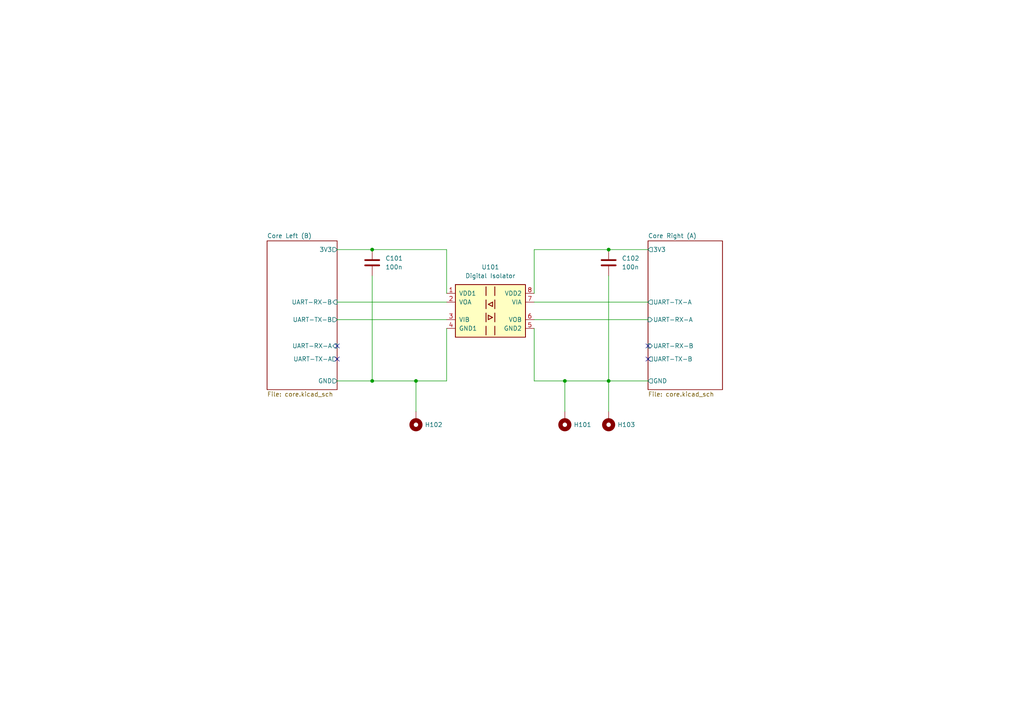
<source format=kicad_sch>
(kicad_sch (version 20230121) (generator eeschema)
  (paper "A4")
  (title_block (title "DeskHop-C - Fast K/M Switching Device (JLCPCB build)") (date "2024-03-17") (rev "v1-jlcpcb") (company "Hrvoje Čavrak and Kevin P. Fleming") (comment 1 "License: GPL-3.0-only"))
  (lib_symbols
    (symbol "Device:C" (pin_numbers hide) (pin_names (offset 0.254))
      (property "Reference" "C" (at 0.635 2.54 0))
      (property "Value" "C" (at 0.635 -2.54 0))
      (symbol "C_0_1"
        (polyline (pts (xy -2.032 -0.762) (xy 2.032 -0.762)) (stroke (width 0.508)))
        (polyline (pts (xy -2.032 0.762) (xy 2.032 0.762)) (stroke (width 0.508)))
      )
      (symbol "C_1_1"
        (pin passive line (at 0 3.81 270) (length 2.794) (name "~") (number "1"))
        (pin passive line (at 0 -3.81 90) (length 2.794) (name "~") (number "2"))
      )
    )
    (symbol "Isolator:ADuM1201BR" (pin_names (offset 1.016))
      (property "Reference" "U" (at -10.16 8.89 0))
      (property "Value" "ADuM1201BR" (at -2.032 8.89 0))
      (symbol "ADuM1201BR_0_1"
        (rectangle (start -10.16 7.62) (end 10.16 -7.62) (stroke (width 0.254)) (fill (type background)))
        (polyline (pts (xy -1.27 -4.445) (xy -1.27 -6.985)) (stroke (width 0.254)))
        (polyline (pts (xy -1.27 -0.635) (xy -1.27 -3.175)) (stroke (width 0.254)))
        (polyline (pts (xy -1.27 3.175) (xy -1.27 0.635)) (stroke (width 0.254)))
        (polyline (pts (xy -1.27 6.985) (xy -1.27 4.445)) (stroke (width 0.254)))
        (polyline (pts (xy 1.27 -4.445) (xy 1.27 -6.985)) (stroke (width 0.254)))
        (polyline (pts (xy 1.27 -0.635) (xy 1.27 -3.175)) (stroke (width 0.254)))
        (polyline (pts (xy 1.27 3.175) (xy 1.27 0.635)) (stroke (width 0.254)))
        (polyline (pts (xy 1.27 6.985) (xy 1.27 4.445)) (stroke (width 0.254)))
        (polyline (pts (xy -0.635 -1.27) (xy -0.635 -2.54) (xy 0.635 -1.905) (xy -0.635 -1.27)) (stroke (width 0.254)))
        (polyline (pts (xy 0.635 2.54) (xy 0.635 1.27) (xy -0.635 1.905) (xy 0.635 2.54)) (stroke (width 0.254)))
      )
      (symbol "ADuM1201BR_1_1"
        (pin power_in line (at -12.7 5.08 0) (length 2.54) (name "VDD1") (number "1"))
        (pin output line (at -12.7 2.54 0) (length 2.54) (name "VOA") (number "2"))
        (pin input line (at -12.7 -2.54 0) (length 2.54) (name "VIB") (number "3"))
        (pin power_in line (at -12.7 -5.08 0) (length 2.54) (name "GND1") (number "4"))
        (pin power_in line (at 12.7 -5.08 180) (length 2.54) (name "GND2") (number "5"))
        (pin output line (at 12.7 -2.54 180) (length 2.54) (name "VOB") (number "6"))
        (pin input line (at 12.7 2.54 180) (length 2.54) (name "VIA") (number "7"))
        (pin power_in line (at 12.7 5.08 180) (length 2.54) (name "VDD2") (number "8"))
      )
    )
    (symbol "Mechanical:MountingHole_Pad" (pin_numbers hide) (pin_names (offset 1.016) hide)
      (property "Reference" "H" (at 0 6.35 0))
      (property "Value" "MountingHole_Pad" (at 0 4.445 0))
      (symbol "MountingHole_Pad_0_1"
        (circle (center 0 1.27) (radius 1.27) (stroke (width 1.27)))
      )
      (symbol "MountingHole_Pad_1_1"
        (pin input line (at 0 -2.54 90) (length 2.54) (name "1") (number "1"))
      )
    )
  )
  (junction (at 163.83 110.49))
  (junction (at 120.65 110.49))
  (junction (at 107.95 110.49))
  (junction (at 176.53 110.49))
  (junction (at 176.53 72.39))
  (junction (at 107.95 72.39))
  (no_connect (at 187.96 100.33))
  (no_connect (at 97.79 100.33))
  (no_connect (at 97.79 104.14))
  (no_connect (at 187.96 104.14))
  (wire (pts (xy 163.83 110.49) (xy 163.83 119.38)))
  (wire (pts (xy 120.65 110.49) (xy 107.95 110.49)))
  (wire (pts (xy 129.54 110.49) (xy 120.65 110.49)))
  (wire (pts (xy 107.95 72.39) (xy 129.54 72.39)))
  (wire (pts (xy 107.95 72.39) (xy 97.79 72.39)))
  (wire (pts (xy 154.94 85.09) (xy 154.94 72.39)))
  (wire (pts (xy 163.83 110.49) (xy 176.53 110.49)))
  (wire (pts (xy 129.54 95.25) (xy 129.54 110.49)))
  (wire (pts (xy 154.94 92.71) (xy 187.96 92.71)))
  (wire (pts (xy 176.53 72.39) (xy 187.96 72.39)))
  (wire (pts (xy 107.95 110.49) (xy 107.95 80.01)))
  (wire (pts (xy 154.94 87.63) (xy 187.96 87.63)))
  (wire (pts (xy 129.54 72.39) (xy 129.54 85.09)))
  (wire (pts (xy 154.94 72.39) (xy 176.53 72.39)))
  (wire (pts (xy 154.94 95.25) (xy 154.94 110.49)))
  (wire (pts (xy 120.65 110.49) (xy 120.65 119.38)))
  (wire (pts (xy 176.53 110.49) (xy 176.53 119.38)))
  (wire (pts (xy 154.94 110.49) (xy 163.83 110.49)))
  (wire (pts (xy 107.95 110.49) (xy 97.79 110.49)))
  (wire (pts (xy 97.79 92.71) (xy 129.54 92.71)))
  (wire (pts (xy 176.53 80.01) (xy 176.53 110.49)))
  (wire (pts (xy 176.53 110.49) (xy 187.96 110.49)))
  (wire (pts (xy 97.79 87.63) (xy 129.54 87.63)))
  (symbol (lib_id "Mechanical:MountingHole_Pad") (at 176.53 121.92 180) (unit 1)
    (property "Reference" "H103" (at 179.07 123.19 0) (effects (justify right)))
    (property "Value" "MountingHole_Pad" (effects hide))
    (property "Footprint" "MountingHole:MountingHole_2.7mm_M2.5_Pad_Via" (effects hide))
  )
  (symbol (lib_id "Mechanical:MountingHole_Pad") (at 163.83 121.92 180) (unit 1)
    (property "Reference" "H101" (at 166.37 123.19 0) (effects (justify right)))
    (property "Value" "MountingHole_Pad" (effects hide))
    (property "Footprint" "MountingHole:MountingHole_2.7mm_M2.5_Pad_Via" (effects hide))
  )
  (symbol (lib_id "Isolator:ADuM1201BR") (at 142.24 90.17 0) (unit 1)
    (property "Reference" "U101" (at 142.24 77.47 0))
    (property "Value" "Digital Isolator" (at 142.24 80.01 0))
    (property "Footprint" "Package_SO:SOIC-8_3.9x4.9mm_P1.27mm" (effects hide))
    (property "Datasheet" "https://www.analog.com/static/imported-files/data_sheets/ADuM1200_1201.pdf" (effects hide))
    (property "LCSC" "C366164" (effects hide))
    (property "MPN" "ISO7721DR" (effects hide))
  )
  (symbol (lib_id "Device:C") (at 107.95 76.2 0) (unit 1)
    (property "Reference" "C101" (at 111.76 74.93 0) (effects (justify left)))
    (property "Value" "100n" (at 111.76 77.47 0) (effects (justify left)))
    (property "Footprint" "Capacitor_SMD:C_0402_1005Metric" (effects hide))
    (property "LCSC" "C541405" (effects hide))
    (property "MPN" "CC0402KRX5R5BB104" (effects hide))
  )
  (symbol (lib_id "Mechanical:MountingHole_Pad") (at 120.65 121.92 180) (unit 1)
    (property "Reference" "H102" (at 123.19 123.19 0) (effects (justify right)))
    (property "Value" "MountingHole_Pad" (effects hide))
    (property "Footprint" "MountingHole:MountingHole_2.7mm_M2.5_Pad_Via" (effects hide))
  )
  (symbol (lib_id "Device:C") (at 176.53 76.2 0) (unit 1)
    (property "Reference" "C102" (at 180.34 74.93 0) (effects (justify left)))
    (property "Value" "100n" (at 180.34 77.47 0) (effects (justify left)))
    (property "Footprint" "Capacitor_SMD:C_0402_1005Metric" (effects hide))
    (property "LCSC" "C541405" (effects hide))
    (property "MPN" "CC0402KRX5R5BB104" (effects hide))
  )
  (sheet (at 187.96 69.85) (size 21.59 43.18) (stroke (width 0.1524))
    (property "Sheetname" "Core Right (A)" (at 187.96 69.1384 0) (effects (justify left bottom)))
    (property "Sheetfile" "core.kicad_sch" (at 187.96 113.6146 0) (effects (justify left top)))
    (pin "3V3" output (at 187.96 72.39 180))
    (pin "GND" output (at 187.96 110.49 180))
    (pin "UART-TX-B" output (at 187.96 104.14 180))
    (pin "UART-RX-B" input (at 187.96 100.33 180))
    (pin "UART-TX-A" output (at 187.96 87.63 180))
    (pin "UART-RX-A" input (at 187.96 92.71 180))
  )
  (sheet (at 77.47 69.85) (size 20.32 43.18) (stroke (width 0.1524))
    (property "Sheetname" "Core Left (B)" (at 77.47 69.1384 0) (effects (justify left bottom)))
    (property "Sheetfile" "core.kicad_sch" (at 77.47 113.6146 0) (effects (justify left top)))
    (pin "3V3" output (at 97.79 72.39 0))
    (pin "GND" output (at 97.79 110.49 0))
    (pin "UART-TX-B" output (at 97.79 92.71 0))
    (pin "UART-RX-B" input (at 97.79 87.63 0))
    (pin "UART-TX-A" output (at 97.79 104.14 0))
    (pin "UART-RX-A" input (at 97.79 100.33 0))
  )
)
</source>
